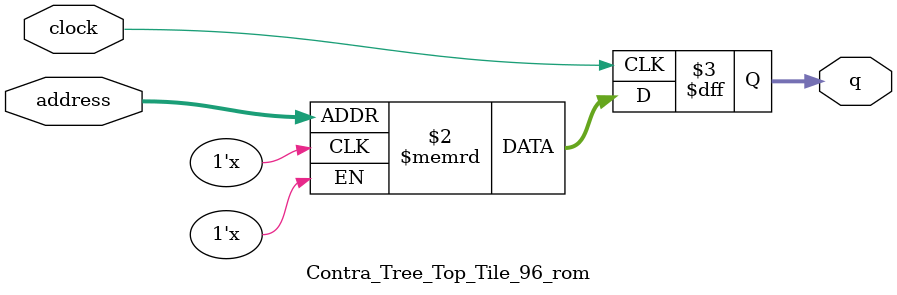
<source format=sv>
module Contra_Tree_Top_Tile_96_rom (
	input logic clock,
	input logic [13:0] address,
	output logic [1:0] q
);

logic [1:0] memory [0:9215] /* synthesis ram_init_file = "./Contra_Tree_Top_Tile_96/Contra_Tree_Top_Tile_96.mif" */;

always_ff @ (posedge clock) begin
	q <= memory[address];
end

endmodule

</source>
